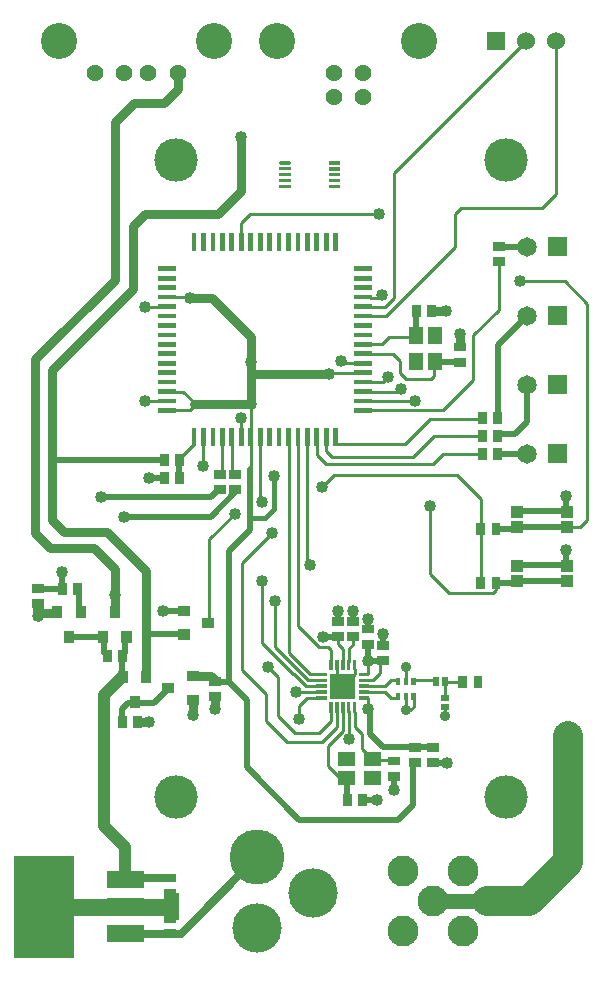
<source format=gbr>
G04 start of page 3 for group 1 idx 3 *
G04 Title: (unknown), component *
G04 Creator: pcb 20110918 *
G04 CreationDate: Sun 02 Feb 2014 07:13:27 PM GMT UTC *
G04 For: doho *
G04 Format: Gerber/RS-274X *
G04 PCB-Dimensions: 600000 450000 *
G04 PCB-Coordinate-Origin: lower left *
%MOIN*%
%FSLAX25Y25*%
%LNTOP*%
%ADD74C,0.1245*%
%ADD73C,0.1433*%
%ADD72C,0.0630*%
%ADD71C,0.0380*%
%ADD70C,0.0906*%
%ADD69C,0.0362*%
%ADD68C,0.1250*%
%ADD67C,0.0430*%
%ADD66R,0.0197X0.0197*%
%ADD65R,0.0142X0.0142*%
%ADD64R,0.0110X0.0110*%
%ADD63R,0.0472X0.0472*%
%ADD62R,0.1220X0.1220*%
%ADD61R,0.0560X0.0560*%
%ADD60R,0.0295X0.0295*%
%ADD59R,0.0340X0.0340*%
%ADD58R,0.0120X0.0120*%
%ADD57C,0.0120*%
%ADD56R,0.0157X0.0157*%
%ADD55C,0.1645*%
%ADD54C,0.1833*%
%ADD53C,0.1030*%
%ADD52C,0.0600*%
%ADD51C,0.1206*%
%ADD50C,0.0562*%
%ADD49C,0.1450*%
%ADD48C,0.0650*%
%ADD47C,0.0400*%
%ADD46C,0.0550*%
%ADD45C,0.0500*%
%ADD44C,0.1000*%
%ADD43C,0.0250*%
%ADD42C,0.0150*%
%ADD41C,0.0350*%
%ADD40C,0.0200*%
%ADD39C,0.0100*%
%ADD38C,0.0300*%
%ADD37C,0.0001*%
G54D37*G36*
X1500Y161000D02*X21500D01*
Y127000D01*
X1500D01*
Y161000D01*
G37*
G36*
X51500Y148500D02*X56500D01*
Y139500D01*
X51500D01*
Y148500D01*
G37*
G54D38*X55900Y421800D02*Y416400D01*
X77000Y400500D02*Y382500D01*
X69500Y375000D01*
X45000D01*
X55900Y416400D02*X51500Y412000D01*
X41500D01*
X35000Y405500D01*
Y353000D01*
G54D39*X54654Y347174D02*X59826D01*
G54D40*X168500Y276000D02*X184400D01*
X185500Y281000D02*Y276000D01*
G54D39*X149000Y288000D02*X157000Y280000D01*
X192500Y345000D02*Y273000D01*
G54D40*X162559Y295492D02*X163051Y295000D01*
X162559Y307492D02*Y331059D01*
X163051Y295000D02*X172500D01*
X162559Y301492D02*X168492D01*
G54D39*X144378Y309378D02*X154500Y319500D01*
G54D40*X168492Y301492D02*X172500Y305500D01*
Y318000D01*
X162559Y331059D02*X172500Y341000D01*
G54D39*X154500Y319500D02*Y334500D01*
G54D40*X168200Y270400D02*X184800D01*
X162500Y270000D02*X167800D01*
X168200Y270400D02*X167800Y270000D01*
G54D39*X157000Y280000D02*Y270000D01*
G54D40*X185800Y275600D02*X185400Y276000D01*
G54D39*X140000Y277500D02*Y255000D01*
X190000Y270500D02*X186500D01*
X192500Y273000D02*X190000Y270500D01*
G54D40*X168500Y258000D02*X184400D01*
X184800Y257600D02*X184400Y258000D01*
X162551Y252000D02*X169000D01*
X168200Y252400D02*X184800D01*
X185500Y263000D02*Y258000D01*
G54D38*X150000Y335000D02*Y331500D01*
G54D39*X128000Y388500D02*Y347000D01*
G54D40*X149508Y325441D02*X143441D01*
G54D39*X143000Y325000D01*
X150500Y377000D02*X177500D01*
X182000Y381500D01*
Y432500D01*
X172000D02*X128000Y388500D01*
X154500Y334500D02*X163000Y343000D01*
Y358500D01*
X185000Y352500D02*X192500Y345000D01*
X169500Y352500D02*X185000D01*
G54D40*X172500Y364000D02*X163000D01*
G54D39*X130000Y322000D02*X132000Y320000D01*
X130000Y326000D02*Y322000D01*
X132000Y320000D02*X140500D01*
X141500Y321000D01*
Y323500D01*
G54D38*X45000Y375000D02*X41000Y371000D01*
Y350000D01*
X35000Y353000D02*X8500Y326500D01*
X41000Y350000D02*X14000Y323000D01*
Y273000D01*
X18000Y269000D01*
X32500D01*
G54D39*X45028Y312528D02*X45000Y312500D01*
X45024Y344024D02*X45000Y344000D01*
X50228Y344024D02*X45024D01*
G54D40*X67000Y280500D02*X30500D01*
X38000Y274000D02*X67000D01*
X51000Y293000D02*X14000D01*
G54D38*X8500Y326500D02*Y268500D01*
G54D41*X9500Y244000D02*Y241000D01*
G54D38*X15000Y242000D02*X11500D01*
G54D40*X15800Y241800D02*X15600Y242000D01*
X17000Y250000D02*X10500D01*
X17500D02*Y255500D01*
X23000Y242500D02*X23500Y242000D01*
X23000Y249000D02*Y242500D01*
X31000Y234000D02*X20000D01*
G54D38*X8500Y268500D02*X13500Y263500D01*
X28000D01*
X35000Y256500D01*
X45500Y256000D02*X32500Y269000D01*
G54D39*X66500Y266500D02*Y238500D01*
G54D40*X57700Y234700D02*X57400Y235000D01*
G54D39*X124500Y319000D02*X126000Y320500D01*
X120000Y315500D02*X130500D01*
X120000Y312500D02*X133500D01*
X120000Y319000D02*X124500D01*
X108622Y298228D02*X131728D01*
X105500Y291500D02*X141000D01*
X102322Y294678D02*X105500Y291500D01*
X105472Y298228D02*Y296028D01*
X107500Y294000D02*X134500D01*
X105472Y296028D02*X107500Y294000D01*
X134500D02*X141500Y301000D01*
X141000Y291500D02*X144500Y295000D01*
X140000Y306500D02*X157000D01*
X144500Y295000D02*X156500D01*
X141500Y301000D02*X157000D01*
X131728Y298228D02*X140000Y306500D01*
X119772Y309378D02*X144378D01*
X108000Y288000D02*X149000D01*
X120000Y347000D02*X124000D01*
X80000Y375000D02*X123000D01*
X119772Y331425D02*X123925D01*
X127725Y328275D02*X130000Y326000D01*
X119772Y328275D02*X127725D01*
X123925Y331425D02*X126500Y334000D01*
X133500D01*
G54D40*X135500Y342000D02*Y336051D01*
G54D39*X119772Y340874D02*X125374D01*
G54D38*X145500Y342500D02*X141000D01*
G54D40*X135441Y342008D02*X135500Y341949D01*
G54D39*X125374Y340874D02*X148500Y364000D01*
X125023Y344023D02*X128000Y347000D01*
X148500Y364000D02*Y375000D01*
X150500Y377000D01*
X119772Y344023D02*X125023D01*
G54D40*X80000Y269500D02*X73000Y262500D01*
G54D39*X84000Y232000D02*Y252500D01*
X96023Y298228D02*Y237477D01*
X92874Y298228D02*Y228626D01*
X99000Y298000D02*Y257500D01*
X87500Y268500D02*X77500Y258500D01*
G54D42*X88000Y276500D02*X85000Y273500D01*
G54D39*X102322Y298228D02*Y294678D01*
G54D42*X85000Y273500D02*X80000D01*
G54D40*X69500Y283000D02*X67000Y280500D01*
G54D39*X104000Y284000D02*X108000Y288000D01*
G54D42*X88000Y287500D02*Y276500D01*
G54D39*X83500Y298500D02*Y279500D01*
X115346Y325126D02*X110374D01*
X106976Y321976D02*X106500Y321500D01*
G54D38*X80500D01*
G54D39*X110374Y325126D02*X109500Y326000D01*
X115346Y321976D02*X106976D01*
X77000Y372000D02*X80000Y375000D01*
X77000Y368000D02*Y372000D01*
G54D38*X80500Y311500D02*Y334000D01*
G54D39*X77126Y302654D02*Y306874D01*
X77000Y307000D01*
G54D38*X61500Y311500D02*X80500D01*
G54D40*X56500Y287551D02*Y293000D01*
X46500Y287000D02*X51500D01*
G54D39*X59826Y347174D02*X60000Y347000D01*
G54D38*X80500Y334000D02*X67500Y347000D01*
X60000D01*
G54D39*X57000Y293850D02*Y293500D01*
X54654Y309378D02*X59878D01*
X62000Y311500D01*
X54654Y315678D02*X57822D01*
X62000Y311500D01*
X50228Y312528D02*X45028D01*
X80275Y298228D02*Y290275D01*
X80000Y290000D01*
G54D40*Y269500D01*
G54D39*X83500Y279500D02*X84000Y279000D01*
X80275Y311275D02*X80500Y311500D01*
X80275Y302654D02*Y311275D01*
G54D40*X67000Y274000D02*X75500Y282500D01*
G54D39*X75000Y275000D02*X66500Y266500D01*
X64500Y298500D02*Y291000D01*
X61378Y298228D02*X57000Y293850D01*
G54D40*X56559Y287492D02*X56500Y287551D01*
G54D39*X73976Y298228D02*Y289524D01*
X75000Y288500D01*
X70826Y298228D02*Y288826D01*
X70500Y288500D01*
G54D40*X114500Y242500D02*Y239500D01*
X109500Y242500D02*Y239500D01*
X119500Y240000D02*Y237000D01*
G54D39*X109008Y233941D02*X108567Y233500D01*
G54D40*X108000Y234000D02*X104500D01*
G54D39*X88500Y246000D02*Y230500D01*
X103000D02*X96023Y237477D01*
X162059Y269508D02*X161500Y268949D01*
X157000Y252551D02*Y269500D01*
G54D40*X124500Y235000D02*Y232000D01*
X119500Y226000D02*X124500D01*
G54D43*X162059Y252492D02*X162551Y252000D01*
G54D39*X161000Y248500D02*X162000Y249500D01*
X156941Y252492D02*X157000Y252551D01*
X146500Y248500D02*X161000D01*
X162000Y249500D02*Y251000D01*
X140000Y255000D02*X146500Y248500D01*
X134559Y219433D02*X141933D01*
X142000Y219500D01*
X129441Y219433D02*X126933D01*
X132000D02*Y224000D01*
G54D40*X73000Y262500D02*Y219000D01*
X51000Y242500D02*X58000D01*
G54D38*X61500Y221000D02*X67000D01*
G54D40*X31500Y232500D02*Y228500D01*
G54D38*X35000Y256500D02*Y242000D01*
X67000Y221000D02*X68500Y219500D01*
G54D40*X57400Y235000D02*X45000D01*
X38500Y228500D02*Y233500D01*
X45200Y220200D02*X45500D01*
X37441Y221059D02*X37700Y220800D01*
X37500Y221500D02*Y226500D01*
G54D38*X45500Y220800D02*Y256000D01*
G54D39*X77500Y258500D02*Y223000D01*
X119307Y217500D02*X125000D01*
X120968Y219468D02*X123500Y222000D01*
X119307Y219468D02*X120968D01*
X119307Y221437D02*X119500Y221630D01*
X123500Y226000D02*Y222000D01*
X114937Y221437D02*X114500Y221000D01*
X114937Y223366D02*Y221437D01*
X119500Y226000D02*Y221630D01*
G54D40*Y231000D02*Y226000D01*
G54D39*X126933Y219433D02*X125000Y217500D01*
X111000Y225807D02*X111008Y225815D01*
X109032Y221468D02*X109500Y221000D01*
X109032Y223366D02*Y221468D01*
X113000Y225500D02*Y230000D01*
X114500Y231500D01*
Y233000D01*
X111000Y226000D02*Y230000D01*
X109500Y231500D01*
Y233000D01*
X107063Y225807D02*X107000Y229500D01*
X105937Y230563D01*
X106000Y230500D02*X103000D01*
X102693Y217500D02*X98561D01*
X102693Y219468D02*X99532D01*
X102693Y221437D02*X100063D01*
X98561Y217500D02*X94561Y221500D01*
X100063Y221437D02*X92874Y228626D01*
X89500Y220500D02*X86000Y224000D01*
X99532Y219468D02*X88500Y230500D01*
X145074Y218607D02*X145000Y218533D01*
G54D44*X186000Y159000D02*Y201000D01*
G54D39*X145000Y210033D02*Y208000D01*
Y218533D02*Y213500D01*
G54D44*X173000Y146000D02*X186000Y159000D01*
G54D40*X145559Y191941D02*X146000Y191500D01*
G54D39*X145467Y219000D02*X151000D01*
G54D45*X141000Y146000D02*X159000D01*
G54D44*X173000D01*
G54D39*X145074Y219393D02*X145467Y219000D01*
X144607Y210426D02*X145000Y210033D01*
G54D40*X124441Y197059D02*X140508D01*
X141492Y191941D02*X145559D01*
G54D39*X127508Y192559D02*X127067Y193000D01*
X133500Y209500D02*X132000D01*
Y213567D02*Y209500D01*
X134559Y210559D02*X133500Y209500D01*
X134559Y213567D02*Y210559D01*
X129441Y213567D02*X126933D01*
X125000Y215500D01*
G54D40*X128000Y186949D02*Y183000D01*
X112500Y180000D02*Y185500D01*
X118000Y179500D02*X122500D01*
X134508Y178008D02*X129500Y173000D01*
X134508Y191941D02*Y178008D01*
X127508Y187441D02*X128000Y186949D01*
X129500Y173000D02*X96500D01*
G54D39*X122000Y193000D02*X127067D01*
G54D40*X48000Y212000D02*X53000Y217000D01*
X41600Y212000D02*X48000D01*
G54D38*X46500Y205500D02*X43000D01*
G54D40*X41600Y212000D02*X41941Y211659D01*
G54D43*X41800Y135000D02*X57000D01*
X53500Y140000D02*Y144000D01*
G54D46*X18500D01*
G54D43*X53500Y153500D02*X43500D01*
G54D47*X37500Y220500D02*X31500Y214500D01*
Y171000D01*
G54D40*X37500Y206000D02*Y210000D01*
X39500Y212000D01*
X41500D01*
G54D47*X31500Y171000D02*X38500Y164000D01*
Y154000D01*
G54D40*X120000Y209500D02*Y201500D01*
G54D39*X115000Y204000D02*X117500Y201500D01*
X115000Y209000D02*Y204000D01*
X117500Y201500D02*Y196500D01*
G54D40*X124441Y197059D02*X120000Y201500D01*
G54D39*X117500Y196500D02*X119500Y194500D01*
X111000Y202500D02*X106000Y197500D01*
X96500Y211000D02*Y206500D01*
X107000Y206000D02*X103000Y202000D01*
X119307Y213563D02*Y210193D01*
X119500Y210000D01*
G54D40*X120000Y209500D02*X119500Y210000D01*
G54D39*X119307Y215532D02*X124968D01*
X113000Y209000D02*Y200000D01*
X102500Y215500D02*X96000D01*
X94500Y221500D02*X84000Y232000D01*
X102693Y215532D02*X102669Y215508D01*
X95500Y215500D03*
X109000Y204000D02*X104000Y199000D01*
X109000Y209500D02*Y204000D01*
X111000Y209000D02*Y202500D01*
X112968Y209193D02*X112992Y209169D01*
X107000Y209000D02*Y206000D01*
X103000Y202000D02*X95000D01*
X102500Y213500D02*X99000D01*
X96500Y211000D01*
X95000Y202000D02*X89500Y207500D01*
Y220500D01*
X77500Y223000D02*X85500Y215000D01*
Y206000D01*
X92500Y199000D01*
X106000Y191000D02*X110500Y186500D01*
X106000Y197500D02*Y191000D01*
X92500Y199000D02*X104000D01*
G54D40*X73000Y219000D02*X69500D01*
G54D38*X61000Y207500D02*Y212500D01*
G54D40*X79000Y190500D02*Y213000D01*
G54D43*X57000Y135000D02*X82500Y160500D01*
G54D38*X68500Y210000D02*Y213500D01*
G54D40*X79000Y213000D02*X73000Y219000D01*
X96500Y173000D02*X79000Y190500D01*
G54D37*G36*
X179250Y344250D02*Y337750D01*
X185750D01*
Y344250D01*
X179250D01*
G37*
G54D48*X172500Y341000D03*
G54D37*G36*
X179250Y321250D02*Y314750D01*
X185750D01*
Y321250D01*
X179250D01*
G37*
G54D48*X172500Y318000D03*
G54D37*G36*
X179250Y367250D02*Y360750D01*
X185750D01*
Y367250D01*
X179250D01*
G37*
G54D48*X172500Y364000D03*
G54D49*X55500Y393000D03*
G54D50*X55900Y421800D03*
X46100D03*
X38200D03*
X28400D03*
G54D51*X68000Y432500D03*
X16300D03*
X89000D03*
X136402D03*
G54D49*X165500Y393000D03*
G54D37*G36*
X159000Y435500D02*Y429500D01*
X165000D01*
Y435500D01*
X159000D01*
G37*
G54D52*X172000Y432500D03*
X182000D03*
G54D50*X117622Y413957D03*
X107880D03*
X117622Y421831D03*
X107880D03*
G54D37*G36*
X179250Y298250D02*Y291750D01*
X185750D01*
Y298250D01*
X179250D01*
G37*
G54D48*X172500Y295000D03*
G54D53*X141000Y146000D03*
X151000Y156000D03*
Y136000D03*
X131000D03*
Y156000D03*
G54D54*X82500Y160500D03*
G54D55*Y136878D03*
X101004Y148689D03*
G54D49*X165500Y180500D03*
X55500D03*
G54D56*X96024Y367772D02*Y363346D01*
X92874Y367772D02*Y363346D01*
X89725Y367772D02*Y363346D01*
X86575Y367772D02*Y363346D01*
X83426Y367772D02*Y363346D01*
G54D57*X90400Y392000D02*X93000D01*
G54D58*X90400Y390000D02*X93000D01*
X90400Y388000D02*X93000D01*
X90400Y386100D02*X93000D01*
X90400Y384100D02*X93000D01*
X106900Y384000D02*X109500D01*
X106900Y386000D02*X109500D01*
X106900Y388000D02*X109500D01*
X106900Y389900D02*X109500D01*
X106900Y391900D02*X109500D01*
G54D56*X50228Y356622D02*X54654D01*
X50228Y353473D02*X54654D01*
X50228Y337725D02*X54654D01*
X50228Y350323D02*X54654D01*
X50228Y347174D02*X54654D01*
X50228Y344024D02*X54654D01*
X50228Y340874D02*X54654D01*
X80276Y367772D02*Y363346D01*
X77126Y367772D02*Y363346D01*
X73977Y367772D02*Y363346D01*
X70827Y367772D02*Y363346D01*
X67678Y367772D02*Y363346D01*
X64528Y367772D02*Y363346D01*
X61378Y367772D02*Y363346D01*
G54D59*X60700Y213000D02*X61300D01*
X60700Y220800D02*X61300D01*
X52500Y216900D02*X53100D01*
X38900Y234300D02*Y233700D01*
G54D60*X37559Y227992D02*Y227008D01*
X37441Y205992D02*Y205008D01*
X53008Y134941D02*X53992D01*
X53008Y140059D02*X53992D01*
X53008Y153559D02*X53992D01*
X53008Y148441D02*X53992D01*
G54D59*X37700Y220800D02*Y220200D01*
G54D61*X35200Y135000D02*X41800D01*
X35200Y144000D02*X41800D01*
X35200Y153100D02*X41800D01*
G54D62*X14100Y148500D02*Y139500D01*
G54D63*X120437Y193150D02*X121224D01*
X111776D02*X112563D01*
X111776Y186850D02*X112563D01*
X120437D02*X121224D01*
G54D60*X112441Y179992D02*Y179008D01*
X117559Y179992D02*Y179008D01*
G54D64*X102693Y221437D02*X105134D01*
X102693Y219468D02*X105134D01*
X102693Y217500D02*X105134D01*
X102693Y215532D02*X105134D01*
X102693Y213563D02*X105134D01*
X107063Y211634D02*Y209193D01*
X109032Y211634D02*Y209193D01*
X111000Y211634D02*Y209193D01*
X112968Y211634D02*Y209193D01*
X114937Y211634D02*Y209193D01*
X116866Y213563D02*X119307D01*
X116866Y215532D02*X119307D01*
X116866Y217500D02*X119307D01*
X116866Y219468D02*X119307D01*
X116866Y221437D02*X119307D01*
X114937Y225807D02*Y223366D01*
X112968Y225807D02*Y223366D01*
X111000Y225807D02*Y223366D01*
G54D60*X109008Y233941D02*X109992D01*
X109008Y239059D02*X109992D01*
G54D59*X31100Y234300D02*Y233700D01*
G54D60*X32441Y227992D02*Y227008D01*
G54D59*X19700Y234200D02*Y233600D01*
X35000Y242500D02*Y241900D01*
X23600Y242400D02*Y241800D01*
X15800Y242400D02*Y241800D01*
G54D60*X17441Y250492D02*Y249508D01*
X22559Y250492D02*Y249508D01*
X9008Y250059D02*X9992D01*
X9008Y244941D02*X9992D01*
G54D63*X135350Y334724D02*Y333937D01*
Y326063D02*Y325276D01*
X141650Y326063D02*Y325276D01*
Y334724D02*Y333937D01*
G54D60*X135441Y342992D02*Y342008D01*
X140559Y342992D02*Y342008D01*
X149508Y325441D02*X150492D01*
X149508Y330559D02*X150492D01*
X162508Y358941D02*X163492D01*
X162508Y364059D02*X163492D01*
G54D56*X102322Y302654D02*Y298228D01*
X105472Y302654D02*Y298228D01*
X108622Y302654D02*Y298228D01*
X115346Y309378D02*X119772D01*
X115346Y312527D02*X119772D01*
X115346Y315677D02*X119772D01*
X115346Y318826D02*X119772D01*
G54D60*X74508Y282941D02*X75492D01*
X74508Y288059D02*X75492D01*
G54D56*X115346Y321976D02*X119772D01*
X115346Y325126D02*X119772D01*
X115346Y328275D02*X119772D01*
X115346Y331425D02*X119772D01*
X115346Y334574D02*X119772D01*
X115346Y337724D02*X119772D01*
X115346Y340874D02*X119772D01*
X115346Y344023D02*X119772D01*
X115346Y347173D02*X119772D01*
X115346Y350322D02*X119772D01*
X115346Y353472D02*X119772D01*
X115346Y356622D02*X119772D01*
X108622Y367772D02*Y363346D01*
X105473Y367772D02*Y363346D01*
X102323Y367772D02*Y363346D01*
X99174Y367772D02*Y363346D01*
G54D60*X69508Y282941D02*X70492D01*
G54D59*X65900Y238600D02*X66500D01*
G54D60*X69508Y288059D02*X70492D01*
G54D56*X61378Y302654D02*Y298228D01*
X64527Y302654D02*Y298228D01*
X67677Y302654D02*Y298228D01*
X70826Y302654D02*Y298228D01*
X73976Y302654D02*Y298228D01*
X77126Y302654D02*Y298228D01*
X80275Y302654D02*Y298228D01*
X83425Y302654D02*Y298228D01*
X86574Y302654D02*Y298228D01*
X89724Y302654D02*Y298228D01*
X92874Y302654D02*Y298228D01*
X96023Y302654D02*Y298228D01*
X99173Y302654D02*Y298228D01*
G54D60*X56559Y293492D02*Y292508D01*
G54D59*X57700Y242500D02*X58300D01*
X57700Y234700D02*X58300D01*
G54D60*X56559Y287492D02*Y286508D01*
X51441Y293492D02*Y292508D01*
X42559Y205992D02*Y205008D01*
G54D59*X45500Y220800D02*Y220200D01*
X41600Y212600D02*Y212000D01*
G54D60*X51441Y287492D02*Y286508D01*
G54D56*X50228Y334575D02*X54654D01*
X50228Y331426D02*X54654D01*
X50228Y328276D02*X54654D01*
X50228Y325126D02*X54654D01*
X50228Y321977D02*X54654D01*
X50228Y318827D02*X54654D01*
X50228Y315678D02*X54654D01*
X50228Y312528D02*X54654D01*
X50228Y309378D02*X54654D01*
G54D60*X119008Y231441D02*X119992D01*
X119008Y236559D02*X119992D01*
X114008Y233941D02*X114992D01*
X114008Y239059D02*X114992D01*
G54D64*X107063Y225807D02*Y223366D01*
G54D37*G36*
X106866Y221634D02*Y213366D01*
X115134D01*
Y221634D01*
X106866D01*
G37*
G54D60*X124008Y225941D02*X124992D01*
X127508Y192559D02*X128492D01*
X127508Y187441D02*X128492D01*
X124008Y231059D02*X124992D01*
G54D65*X129441Y219433D02*Y218488D01*
Y214512D02*Y213567D01*
G54D64*X109032Y225807D02*Y223366D01*
G54D60*X68008Y219059D02*X68992D01*
X68008Y213941D02*X68992D01*
X134508Y191941D02*X135492D01*
X134508Y197059D02*X135492D01*
X140508Y191941D02*X141492D01*
X140508Y197059D02*X141492D01*
G54D66*X141926Y219393D02*Y218607D01*
X145074Y219393D02*Y218607D01*
X144607Y210426D02*X145393D01*
X144607Y213574D02*X145393D01*
G54D65*X134559Y219433D02*Y218488D01*
G54D60*X156059Y219492D02*Y218508D01*
X150941Y219492D02*Y218508D01*
G54D65*X132000Y219433D02*Y218488D01*
Y214512D02*Y213567D01*
X134559Y214512D02*Y213567D01*
G54D60*X157441Y301492D02*Y300508D01*
X162559Y301492D02*Y300508D01*
X157441Y295492D02*Y294508D01*
X162559Y295492D02*Y294508D01*
X157441Y307492D02*Y306508D01*
X162559Y307492D02*Y306508D01*
G54D37*G36*
X183800Y272400D02*Y268400D01*
X187800D01*
Y272400D01*
X183800D01*
G37*
G36*
Y254400D02*Y250400D01*
X187800D01*
Y254400D01*
X183800D01*
G37*
G36*
Y259600D02*Y255600D01*
X187800D01*
Y259600D01*
X183800D01*
G37*
G36*
X167200Y272400D02*Y268400D01*
X171200D01*
Y272400D01*
X167200D01*
G37*
G36*
Y254400D02*Y250400D01*
X171200D01*
Y254400D01*
X167200D01*
G37*
G36*
Y259600D02*Y255600D01*
X171200D01*
Y259600D01*
X167200D01*
G37*
G54D60*X156941Y252492D02*Y251508D01*
X162059Y252492D02*Y251508D01*
G54D37*G36*
X183800Y277600D02*Y273600D01*
X187800D01*
Y277600D01*
X183800D01*
G37*
G36*
X167200D02*Y273600D01*
X171200D01*
Y277600D01*
X167200D01*
G37*
G54D60*X156941Y270492D02*Y269508D01*
X162059Y270492D02*Y269508D01*
G54D47*X17500Y131000D03*
X11000D03*
X5500Y137000D03*
X29000Y144000D03*
X5500D03*
Y151500D03*
X47500Y144000D03*
X23000D03*
X11000Y157000D03*
X17500D03*
X53500Y144000D03*
X38000Y274000D03*
X35000Y248000D03*
X51000Y242500D03*
X86000Y224000D03*
X84000Y252500D03*
X61000Y208000D03*
X17500Y255500D03*
X46500Y205500D03*
X9500Y241000D03*
X46500Y287000D03*
X75000Y275000D03*
X84000Y279000D03*
X30500Y280500D03*
X88500Y246000D03*
X140000Y277500D03*
X145500Y342500D03*
X185500Y281000D03*
X170000Y352500D03*
X150000Y335000D03*
X185500Y263000D03*
G54D41*X108500Y220000D03*
X111000Y217500D03*
G54D47*X104500Y234000D03*
X109500Y242500D03*
G54D41*X113500Y220000D03*
G54D47*X119500Y240000D03*
Y226000D03*
X124500Y235000D03*
X114500Y242500D03*
G54D41*X132000Y224000D03*
X108500Y215000D03*
G54D47*X68500Y210000D03*
X96500Y206500D03*
X95500Y215500D03*
X123000Y375000D03*
X124000Y348000D03*
X60000Y347000D03*
X77000Y400500D03*
X80500Y325500D03*
X77000Y307000D03*
X80500Y311500D03*
X87500Y268500D03*
X88000Y287500D03*
X100000Y258000D03*
X104000Y284000D03*
X64500Y291000D03*
X135000Y312500D03*
X130500Y316500D03*
X110500Y326000D03*
X106500Y321500D03*
X126000Y320500D03*
X45000Y344000D03*
Y312500D03*
G54D41*X113500Y215000D03*
G54D47*X119500Y210000D03*
X113000Y200000D03*
G54D41*X132000Y209500D03*
G54D47*X128000Y183000D03*
X145559Y191941D03*
X122500Y179500D03*
G54D41*X145000Y207500D03*
G54D40*G54D42*G54D40*G54D42*G54D40*G54D42*G54D40*G54D42*G54D40*G54D42*G54D40*G54D42*G54D67*G54D68*G54D69*G54D70*G54D68*G54D71*G54D69*G54D67*G54D72*G54D73*G54D74*G54D68*M02*

</source>
